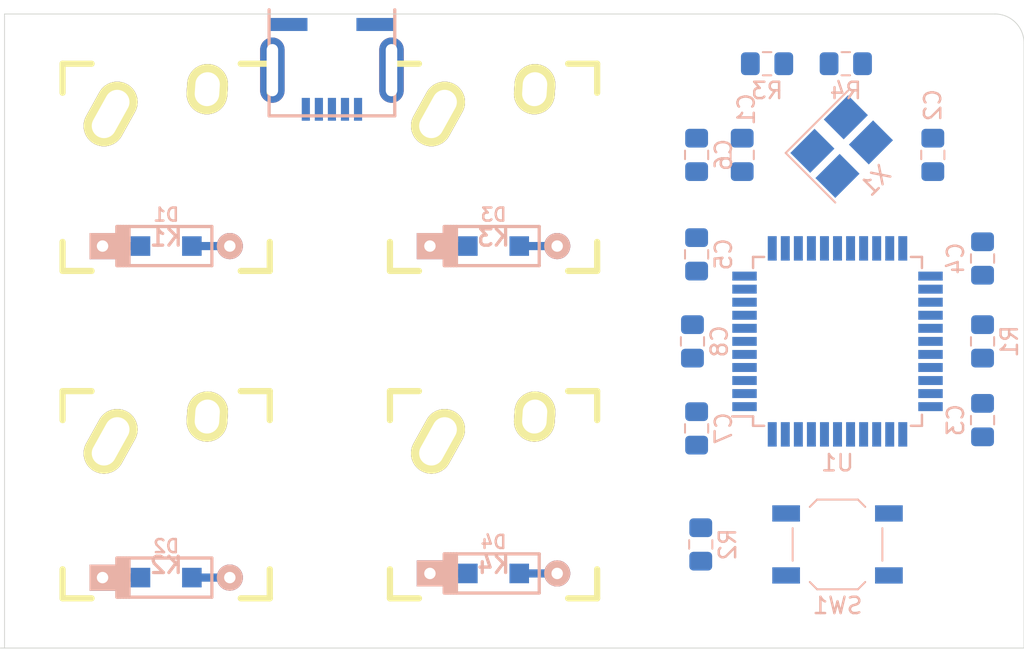
<source format=kicad_pcb>
(kicad_pcb (version 20190605) (host pcbnew "(5.1.0-1364-g77334628c)")

  (general
    (thickness 1.6)
    (drawings 5)
    (tracks 0)
    (modules 24)
    (nets 44)
  )

  (page "A4")
  (layers
    (0 "F.Cu" signal)
    (31 "B.Cu" signal)
    (32 "B.Adhes" user)
    (33 "F.Adhes" user)
    (34 "B.Paste" user)
    (35 "F.Paste" user)
    (36 "B.SilkS" user)
    (37 "F.SilkS" user)
    (38 "B.Mask" user)
    (39 "F.Mask" user)
    (40 "Dwgs.User" user)
    (41 "Cmts.User" user)
    (42 "Eco1.User" user)
    (43 "Eco2.User" user)
    (44 "Edge.Cuts" user)
    (45 "Margin" user)
    (46 "B.CrtYd" user)
    (47 "F.CrtYd" user)
    (48 "B.Fab" user)
    (49 "F.Fab" user)
  )

  (setup
    (last_trace_width 0.25)
    (trace_clearance 0.2)
    (zone_clearance 0.508)
    (zone_45_only no)
    (trace_min 0.2)
    (via_size 0.8)
    (via_drill 0.4)
    (via_min_size 0.4)
    (via_min_drill 0.3)
    (uvia_size 0.3)
    (uvia_drill 0.1)
    (uvias_allowed no)
    (uvia_min_size 0.2)
    (uvia_min_drill 0.1)
    (max_error 0.005)
    (defaults
      (edge_clearance 0.01)
      (edge_cuts_line_width 0.05)
      (courtyard_line_width 0.05)
      (copper_line_width 0.2)
      (copper_text_dims (size 1.5 1.5) (thickness 0.3) keep_upright)
      (silk_line_width 0.12)
      (silk_text_dims (size 1 1) (thickness 0.15) keep_upright)
      (other_layers_line_width 0.1)
      (other_layers_text_dims (size 1 1) (thickness 0.15) keep_upright)
    )
    (pad_size 1.524 1.524)
    (pad_drill 0.762)
    (pad_to_mask_clearance 0.051)
    (solder_mask_min_width 0.25)
    (aux_axis_origin 0 0)
    (visible_elements FFFFF77F)
    (pcbplotparams
      (layerselection 0x010fc_ffffffff)
      (usegerberextensions false)
      (usegerberattributes false)
      (usegerberadvancedattributes false)
      (creategerberjobfile false)
      (excludeedgelayer true)
      (linewidth 0.100000)
      (plotframeref false)
      (viasonmask false)
      (mode 1)
      (useauxorigin false)
      (hpglpennumber 1)
      (hpglpenspeed 20)
      (hpglpendiameter 15.000000)
      (psnegative false)
      (psa4output false)
      (plotreference true)
      (plotvalue true)
      (plotinvisibletext false)
      (padsonsilk false)
      (subtractmaskfromsilk false)
      (outputformat 1)
      (mirror false)
      (drillshape 1)
      (scaleselection 1)
      (outputdirectory ""))
  )

  (net 0 "")
  (net 1 "+5V")
  (net 2 "Net-(C1-Pad1)")
  (net 3 "Net-(C2-Pad1)")
  (net 4 "VCC")
  (net 5 "Net-(C8-Pad1)")
  (net 6 "Net-(D1-Pad2)")
  (net 7 "/row0")
  (net 8 "Net-(D2-Pad2)")
  (net 9 "/row1")
  (net 10 "Net-(D3-Pad2)")
  (net 11 "Net-(D4-Pad2)")
  (net 12 "Net-(J1-Pad4)")
  (net 13 "Net-(J1-Pad3)")
  (net 14 "Net-(J1-Pad2)")
  (net 15 "/col0")
  (net 16 "/col1")
  (net 17 "Net-(R1-Pad1)")
  (net 18 "Net-(R2-Pad2)")
  (net 19 "Net-(R3-Pad1)")
  (net 20 "Net-(R4-Pad1)")
  (net 21 "Net-(U1-Pad42)")
  (net 22 "Net-(U1-Pad37)")
  (net 23 "Net-(U1-Pad36)")
  (net 24 "Net-(U1-Pad32)")
  (net 25 "Net-(U1-Pad31)")
  (net 26 "Net-(U1-Pad30)")
  (net 27 "Net-(U1-Pad29)")
  (net 28 "Net-(U1-Pad28)")
  (net 29 "Net-(U1-Pad27)")
  (net 30 "Net-(U1-Pad26)")
  (net 31 "Net-(U1-Pad25)")
  (net 32 "Net-(U1-Pad22)")
  (net 33 "Net-(U1-Pad21)")
  (net 34 "Net-(U1-Pad20)")
  (net 35 "Net-(U1-Pad19)")
  (net 36 "Net-(U1-Pad18)")
  (net 37 "Net-(U1-Pad12)")
  (net 38 "Net-(U1-Pad11)")
  (net 39 "Net-(U1-Pad10)")
  (net 40 "Net-(U1-Pad9)")
  (net 41 "Net-(U1-Pad8)")
  (net 42 "Net-(U1-Pad7)")
  (net 43 "Net-(U1-Pad1)")

  (net_class "Default" "This is the default net class."
    (clearance 0.2)
    (trace_width 0.25)
    (via_dia 0.8)
    (via_drill 0.4)
    (uvia_dia 0.3)
    (uvia_drill 0.1)
    (add_net "+5V")
    (add_net "/col0")
    (add_net "/col1")
    (add_net "/row0")
    (add_net "/row1")
    (add_net "Net-(C1-Pad1)")
    (add_net "Net-(C2-Pad1)")
    (add_net "Net-(C8-Pad1)")
    (add_net "Net-(D1-Pad2)")
    (add_net "Net-(D2-Pad2)")
    (add_net "Net-(D3-Pad2)")
    (add_net "Net-(D4-Pad2)")
    (add_net "Net-(J1-Pad2)")
    (add_net "Net-(J1-Pad3)")
    (add_net "Net-(J1-Pad4)")
    (add_net "Net-(R1-Pad1)")
    (add_net "Net-(R2-Pad2)")
    (add_net "Net-(R3-Pad1)")
    (add_net "Net-(R4-Pad1)")
    (add_net "Net-(U1-Pad1)")
    (add_net "Net-(U1-Pad10)")
    (add_net "Net-(U1-Pad11)")
    (add_net "Net-(U1-Pad12)")
    (add_net "Net-(U1-Pad18)")
    (add_net "Net-(U1-Pad19)")
    (add_net "Net-(U1-Pad20)")
    (add_net "Net-(U1-Pad21)")
    (add_net "Net-(U1-Pad22)")
    (add_net "Net-(U1-Pad25)")
    (add_net "Net-(U1-Pad26)")
    (add_net "Net-(U1-Pad27)")
    (add_net "Net-(U1-Pad28)")
    (add_net "Net-(U1-Pad29)")
    (add_net "Net-(U1-Pad30)")
    (add_net "Net-(U1-Pad31)")
    (add_net "Net-(U1-Pad32)")
    (add_net "Net-(U1-Pad36)")
    (add_net "Net-(U1-Pad37)")
    (add_net "Net-(U1-Pad42)")
    (add_net "Net-(U1-Pad7)")
    (add_net "Net-(U1-Pad8)")
    (add_net "Net-(U1-Pad9)")
    (add_net "VCC")
  )

  (module "Crystal:Crystal_SMD_SeikoEpson_TSX3225-4Pin_3.2x2.5mm_HandSoldering" (layer "B.Cu") (tedit 5A0FD1B2) (tstamp 5D47C03B)
    (at 118.11 73.914 45)
    (descr "crystal Epson Toyocom TSX-3225 series https://support.epson.biz/td/api/doc_check.php?dl=brief_fa-238v_en.pdf, hand-soldering, 3.2x2.5mm^2 package")
    (tags "SMD SMT crystal hand-soldering")
    (path "/5D46AC03")
    (attr smd)
    (fp_text reference "X1" (at 0 2.95 45) (layer "B.SilkS")
      (effects (font (size 1 1) (thickness 0.15)) (justify mirror))
    )
    (fp_text value "XTAL_GND" (at 0 -2.95 45) (layer "B.Fab")
      (effects (font (size 1 1) (thickness 0.15)) (justify mirror))
    )
    (fp_text user "%R" (at 0 0 45) (layer "B.Fab")
      (effects (font (size 0.7 0.7) (thickness 0.105)) (justify mirror))
    )
    (fp_line (start -1.5 1.25) (end 1.5 1.25) (layer "B.Fab") (width 0.1))
    (fp_line (start 1.5 1.25) (end 1.6 1.15) (layer "B.Fab") (width 0.1))
    (fp_line (start 1.6 1.15) (end 1.6 -1.15) (layer "B.Fab") (width 0.1))
    (fp_line (start 1.6 -1.15) (end 1.5 -1.25) (layer "B.Fab") (width 0.1))
    (fp_line (start 1.5 -1.25) (end -1.5 -1.25) (layer "B.Fab") (width 0.1))
    (fp_line (start -1.5 -1.25) (end -1.6 -1.15) (layer "B.Fab") (width 0.1))
    (fp_line (start -1.6 -1.15) (end -1.6 1.15) (layer "B.Fab") (width 0.1))
    (fp_line (start -1.6 1.15) (end -1.5 1.25) (layer "B.Fab") (width 0.1))
    (fp_line (start -1.6 -0.25) (end -0.6 -1.25) (layer "B.Fab") (width 0.1))
    (fp_line (start -2.7 2.15) (end -2.7 -2.15) (layer "B.SilkS") (width 0.12))
    (fp_line (start -2.7 -2.15) (end 2.7 -2.15) (layer "B.SilkS") (width 0.12))
    (fp_line (start -2.8 2.2) (end -2.8 -2.2) (layer "B.CrtYd") (width 0.05))
    (fp_line (start -2.8 -2.2) (end 2.8 -2.2) (layer "B.CrtYd") (width 0.05))
    (fp_line (start 2.8 -2.2) (end 2.8 2.2) (layer "B.CrtYd") (width 0.05))
    (fp_line (start 2.8 2.2) (end -2.8 2.2) (layer "B.CrtYd") (width 0.05))
    (pad "4" smd rect (at -1.45 1.0875 45) (size 2.1 1.725) (layers "B.Cu" "B.Paste" "B.Mask"))
    (pad "3" smd rect (at 1.45 1.0875 45) (size 2.1 1.725) (layers "B.Cu" "B.Paste" "B.Mask")
      (net 1 "+5V"))
    (pad "2" smd rect (at 1.45 -1.0875 45) (size 2.1 1.725) (layers "B.Cu" "B.Paste" "B.Mask")
      (net 3 "Net-(C2-Pad1)"))
    (pad "1" smd rect (at -1.45 -1.0875 45) (size 2.1 1.725) (layers "B.Cu" "B.Paste" "B.Mask")
      (net 2 "Net-(C1-Pad1)"))
    (model "${KISYS3DMOD}/Crystal.3dshapes/Crystal_SMD_SeikoEpson_TSX3225-4Pin_3.2x2.5mm_HandSoldering.wrl"
      (at (xyz 0 0 0))
      (scale (xyz 1 1 1))
      (rotate (xyz 0 0 0))
    )
  )

  (module "Package_QFP:TQFP-44_10x10mm_P0.8mm" (layer "B.Cu") (tedit 5A02F146) (tstamp 5D47C023)
    (at 117.856 85.852)
    (descr "44-Lead Plastic Thin Quad Flatpack (PT) - 10x10x1.0 mm Body [TQFP] (see Microchip Packaging Specification 00000049BS.pdf)")
    (tags "QFP 0.8")
    (path "/5D467D41")
    (attr smd)
    (fp_text reference "U1" (at 0 7.45) (layer "B.SilkS")
      (effects (font (size 1 1) (thickness 0.15)) (justify mirror))
    )
    (fp_text value "ATMEGA32U4" (at 0 -7.45) (layer "B.Fab")
      (effects (font (size 1 1) (thickness 0.15)) (justify mirror))
    )
    (fp_text user "%R" (at 0 0) (layer "B.Fab")
      (effects (font (size 1 1) (thickness 0.15)) (justify mirror))
    )
    (fp_line (start -4 5) (end 5 5) (layer "B.Fab") (width 0.15))
    (fp_line (start 5 5) (end 5 -5) (layer "B.Fab") (width 0.15))
    (fp_line (start 5 -5) (end -5 -5) (layer "B.Fab") (width 0.15))
    (fp_line (start -5 -5) (end -5 4) (layer "B.Fab") (width 0.15))
    (fp_line (start -5 4) (end -4 5) (layer "B.Fab") (width 0.15))
    (fp_line (start -6.7 6.7) (end -6.7 -6.7) (layer "B.CrtYd") (width 0.05))
    (fp_line (start 6.7 6.7) (end 6.7 -6.7) (layer "B.CrtYd") (width 0.05))
    (fp_line (start -6.7 6.7) (end 6.7 6.7) (layer "B.CrtYd") (width 0.05))
    (fp_line (start -6.7 -6.7) (end 6.7 -6.7) (layer "B.CrtYd") (width 0.05))
    (fp_line (start -5.175 5.175) (end -5.175 4.6) (layer "B.SilkS") (width 0.15))
    (fp_line (start 5.175 5.175) (end 5.175 4.5) (layer "B.SilkS") (width 0.15))
    (fp_line (start 5.175 -5.175) (end 5.175 -4.5) (layer "B.SilkS") (width 0.15))
    (fp_line (start -5.175 -5.175) (end -5.175 -4.5) (layer "B.SilkS") (width 0.15))
    (fp_line (start -5.175 5.175) (end -4.5 5.175) (layer "B.SilkS") (width 0.15))
    (fp_line (start -5.175 -5.175) (end -4.5 -5.175) (layer "B.SilkS") (width 0.15))
    (fp_line (start 5.175 -5.175) (end 4.5 -5.175) (layer "B.SilkS") (width 0.15))
    (fp_line (start 5.175 5.175) (end 4.5 5.175) (layer "B.SilkS") (width 0.15))
    (fp_line (start -5.175 4.6) (end -6.45 4.6) (layer "B.SilkS") (width 0.15))
    (pad "44" smd rect (at -4 5.7 270) (size 1.5 0.55) (layers "B.Cu" "B.Paste" "B.Mask")
      (net 4 "VCC"))
    (pad "43" smd rect (at -3.2 5.7 270) (size 1.5 0.55) (layers "B.Cu" "B.Paste" "B.Mask")
      (net 1 "+5V"))
    (pad "42" smd rect (at -2.4 5.7 270) (size 1.5 0.55) (layers "B.Cu" "B.Paste" "B.Mask")
      (net 21 "Net-(U1-Pad42)"))
    (pad "41" smd rect (at -1.6 5.7 270) (size 1.5 0.55) (layers "B.Cu" "B.Paste" "B.Mask")
      (net 7 "/row0"))
    (pad "40" smd rect (at -0.8 5.7 270) (size 1.5 0.55) (layers "B.Cu" "B.Paste" "B.Mask")
      (net 9 "/row1"))
    (pad "39" smd rect (at 0 5.7 270) (size 1.5 0.55) (layers "B.Cu" "B.Paste" "B.Mask")
      (net 15 "/col0"))
    (pad "38" smd rect (at 0.8 5.7 270) (size 1.5 0.55) (layers "B.Cu" "B.Paste" "B.Mask")
      (net 16 "/col1"))
    (pad "37" smd rect (at 1.6 5.7 270) (size 1.5 0.55) (layers "B.Cu" "B.Paste" "B.Mask")
      (net 22 "Net-(U1-Pad37)"))
    (pad "36" smd rect (at 2.4 5.7 270) (size 1.5 0.55) (layers "B.Cu" "B.Paste" "B.Mask")
      (net 23 "Net-(U1-Pad36)"))
    (pad "35" smd rect (at 3.2 5.7 270) (size 1.5 0.55) (layers "B.Cu" "B.Paste" "B.Mask")
      (net 1 "+5V"))
    (pad "34" smd rect (at 4 5.7 270) (size 1.5 0.55) (layers "B.Cu" "B.Paste" "B.Mask")
      (net 4 "VCC"))
    (pad "33" smd rect (at 5.7 4) (size 1.5 0.55) (layers "B.Cu" "B.Paste" "B.Mask")
      (net 18 "Net-(R2-Pad2)"))
    (pad "32" smd rect (at 5.7 3.2) (size 1.5 0.55) (layers "B.Cu" "B.Paste" "B.Mask")
      (net 24 "Net-(U1-Pad32)"))
    (pad "31" smd rect (at 5.7 2.4) (size 1.5 0.55) (layers "B.Cu" "B.Paste" "B.Mask")
      (net 25 "Net-(U1-Pad31)"))
    (pad "30" smd rect (at 5.7 1.6) (size 1.5 0.55) (layers "B.Cu" "B.Paste" "B.Mask")
      (net 26 "Net-(U1-Pad30)"))
    (pad "29" smd rect (at 5.7 0.8) (size 1.5 0.55) (layers "B.Cu" "B.Paste" "B.Mask")
      (net 27 "Net-(U1-Pad29)"))
    (pad "28" smd rect (at 5.7 0) (size 1.5 0.55) (layers "B.Cu" "B.Paste" "B.Mask")
      (net 28 "Net-(U1-Pad28)"))
    (pad "27" smd rect (at 5.7 -0.8) (size 1.5 0.55) (layers "B.Cu" "B.Paste" "B.Mask")
      (net 29 "Net-(U1-Pad27)"))
    (pad "26" smd rect (at 5.7 -1.6) (size 1.5 0.55) (layers "B.Cu" "B.Paste" "B.Mask")
      (net 30 "Net-(U1-Pad26)"))
    (pad "25" smd rect (at 5.7 -2.4) (size 1.5 0.55) (layers "B.Cu" "B.Paste" "B.Mask")
      (net 31 "Net-(U1-Pad25)"))
    (pad "24" smd rect (at 5.7 -3.2) (size 1.5 0.55) (layers "B.Cu" "B.Paste" "B.Mask")
      (net 4 "VCC"))
    (pad "23" smd rect (at 5.7 -4) (size 1.5 0.55) (layers "B.Cu" "B.Paste" "B.Mask")
      (net 1 "+5V"))
    (pad "22" smd rect (at 4 -5.7 270) (size 1.5 0.55) (layers "B.Cu" "B.Paste" "B.Mask")
      (net 32 "Net-(U1-Pad22)"))
    (pad "21" smd rect (at 3.2 -5.7 270) (size 1.5 0.55) (layers "B.Cu" "B.Paste" "B.Mask")
      (net 33 "Net-(U1-Pad21)"))
    (pad "20" smd rect (at 2.4 -5.7 270) (size 1.5 0.55) (layers "B.Cu" "B.Paste" "B.Mask")
      (net 34 "Net-(U1-Pad20)"))
    (pad "19" smd rect (at 1.6 -5.7 270) (size 1.5 0.55) (layers "B.Cu" "B.Paste" "B.Mask")
      (net 35 "Net-(U1-Pad19)"))
    (pad "18" smd rect (at 0.8 -5.7 270) (size 1.5 0.55) (layers "B.Cu" "B.Paste" "B.Mask")
      (net 36 "Net-(U1-Pad18)"))
    (pad "17" smd rect (at 0 -5.7 270) (size 1.5 0.55) (layers "B.Cu" "B.Paste" "B.Mask")
      (net 3 "Net-(C2-Pad1)"))
    (pad "16" smd rect (at -0.8 -5.7 270) (size 1.5 0.55) (layers "B.Cu" "B.Paste" "B.Mask")
      (net 2 "Net-(C1-Pad1)"))
    (pad "15" smd rect (at -1.6 -5.7 270) (size 1.5 0.55) (layers "B.Cu" "B.Paste" "B.Mask")
      (net 1 "+5V"))
    (pad "14" smd rect (at -2.4 -5.7 270) (size 1.5 0.55) (layers "B.Cu" "B.Paste" "B.Mask")
      (net 4 "VCC"))
    (pad "13" smd rect (at -3.2 -5.7 270) (size 1.5 0.55) (layers "B.Cu" "B.Paste" "B.Mask")
      (net 17 "Net-(R1-Pad1)"))
    (pad "12" smd rect (at -4 -5.7 270) (size 1.5 0.55) (layers "B.Cu" "B.Paste" "B.Mask")
      (net 37 "Net-(U1-Pad12)"))
    (pad "11" smd rect (at -5.7 -4) (size 1.5 0.55) (layers "B.Cu" "B.Paste" "B.Mask")
      (net 38 "Net-(U1-Pad11)"))
    (pad "10" smd rect (at -5.7 -3.2) (size 1.5 0.55) (layers "B.Cu" "B.Paste" "B.Mask")
      (net 39 "Net-(U1-Pad10)"))
    (pad "9" smd rect (at -5.7 -2.4) (size 1.5 0.55) (layers "B.Cu" "B.Paste" "B.Mask")
      (net 40 "Net-(U1-Pad9)"))
    (pad "8" smd rect (at -5.7 -1.6) (size 1.5 0.55) (layers "B.Cu" "B.Paste" "B.Mask")
      (net 41 "Net-(U1-Pad8)"))
    (pad "7" smd rect (at -5.7 -0.8) (size 1.5 0.55) (layers "B.Cu" "B.Paste" "B.Mask")
      (net 42 "Net-(U1-Pad7)"))
    (pad "6" smd rect (at -5.7 0) (size 1.5 0.55) (layers "B.Cu" "B.Paste" "B.Mask")
      (net 5 "Net-(C8-Pad1)"))
    (pad "5" smd rect (at -5.7 0.8) (size 1.5 0.55) (layers "B.Cu" "B.Paste" "B.Mask")
      (net 1 "+5V"))
    (pad "4" smd rect (at -5.7 1.6) (size 1.5 0.55) (layers "B.Cu" "B.Paste" "B.Mask")
      (net 20 "Net-(R4-Pad1)"))
    (pad "3" smd rect (at -5.7 2.4) (size 1.5 0.55) (layers "B.Cu" "B.Paste" "B.Mask")
      (net 19 "Net-(R3-Pad1)"))
    (pad "2" smd rect (at -5.7 3.2) (size 1.5 0.55) (layers "B.Cu" "B.Paste" "B.Mask")
      (net 4 "VCC"))
    (pad "1" smd rect (at -5.7 4) (size 1.5 0.55) (layers "B.Cu" "B.Paste" "B.Mask")
      (net 43 "Net-(U1-Pad1)"))
    (model "${KISYS3DMOD}/Package_QFP.3dshapes/TQFP-44_10x10mm_P0.8mm.wrl"
      (at (xyz 0 0 0))
      (scale (xyz 1 1 1))
      (rotate (xyz 0 0 0))
    )
  )

  (module "Button_Switch_SMD:SW_SPST_TL3342" (layer "B.Cu") (tedit 5A02FC95) (tstamp 5D47BFE0)
    (at 117.856 98.298)
    (descr "Low-profile SMD Tactile Switch, https://www.e-switch.com/system/asset/product_line/data_sheet/165/TL3342.pdf")
    (tags "SPST Tactile Switch")
    (path "/5D472628")
    (attr smd)
    (fp_text reference "SW1" (at 0 3.75) (layer "B.SilkS")
      (effects (font (size 1 1) (thickness 0.15)) (justify mirror))
    )
    (fp_text value "SW_PUSH" (at 0 -3.75) (layer "B.Fab")
      (effects (font (size 1 1) (thickness 0.15)) (justify mirror))
    )
    (fp_text user "%R" (at 0 3.75) (layer "B.Fab")
      (effects (font (size 1 1) (thickness 0.15)) (justify mirror))
    )
    (fp_line (start 3.2 -2.1) (end 3.2 -1.6) (layer "B.Fab") (width 0.1))
    (fp_line (start 3.2 2.1) (end 3.2 1.6) (layer "B.Fab") (width 0.1))
    (fp_line (start -3.2 -2.1) (end -3.2 -1.6) (layer "B.Fab") (width 0.1))
    (fp_line (start -3.2 2.1) (end -3.2 1.6) (layer "B.Fab") (width 0.1))
    (fp_line (start 2.7 2.1) (end 2.7 1.6) (layer "B.Fab") (width 0.1))
    (fp_line (start 1.7 2.1) (end 3.2 2.1) (layer "B.Fab") (width 0.1))
    (fp_line (start 3.2 1.6) (end 2.2 1.6) (layer "B.Fab") (width 0.1))
    (fp_line (start -2.7 2.1) (end -2.7 1.6) (layer "B.Fab") (width 0.1))
    (fp_line (start -1.7 2.1) (end -3.2 2.1) (layer "B.Fab") (width 0.1))
    (fp_line (start -3.2 1.6) (end -2.2 1.6) (layer "B.Fab") (width 0.1))
    (fp_line (start -2.7 -2.1) (end -2.7 -1.6) (layer "B.Fab") (width 0.1))
    (fp_line (start -3.2 -1.6) (end -2.2 -1.6) (layer "B.Fab") (width 0.1))
    (fp_line (start -1.7 -2.1) (end -3.2 -2.1) (layer "B.Fab") (width 0.1))
    (fp_line (start 1.7 -2.1) (end 3.2 -2.1) (layer "B.Fab") (width 0.1))
    (fp_line (start 2.7 -2.1) (end 2.7 -1.6) (layer "B.Fab") (width 0.1))
    (fp_line (start 3.2 -1.6) (end 2.2 -1.6) (layer "B.Fab") (width 0.1))
    (fp_line (start -1.7 -2.3) (end -1.25 -2.75) (layer "B.SilkS") (width 0.12))
    (fp_line (start 1.7 -2.3) (end 1.25 -2.75) (layer "B.SilkS") (width 0.12))
    (fp_line (start 1.7 2.3) (end 1.25 2.75) (layer "B.SilkS") (width 0.12))
    (fp_line (start -1.7 2.3) (end -1.25 2.75) (layer "B.SilkS") (width 0.12))
    (fp_line (start -2 1) (end -1 2) (layer "B.Fab") (width 0.1))
    (fp_line (start -1 2) (end 1 2) (layer "B.Fab") (width 0.1))
    (fp_line (start 1 2) (end 2 1) (layer "B.Fab") (width 0.1))
    (fp_line (start 2 1) (end 2 -1) (layer "B.Fab") (width 0.1))
    (fp_line (start 2 -1) (end 1 -2) (layer "B.Fab") (width 0.1))
    (fp_line (start 1 -2) (end -1 -2) (layer "B.Fab") (width 0.1))
    (fp_line (start -1 -2) (end -2 -1) (layer "B.Fab") (width 0.1))
    (fp_line (start -2 -1) (end -2 1) (layer "B.Fab") (width 0.1))
    (fp_line (start 2.75 1) (end 2.75 -1) (layer "B.SilkS") (width 0.12))
    (fp_line (start -1.25 -2.75) (end 1.25 -2.75) (layer "B.SilkS") (width 0.12))
    (fp_line (start -2.75 1) (end -2.75 -1) (layer "B.SilkS") (width 0.12))
    (fp_line (start -1.25 2.75) (end 1.25 2.75) (layer "B.SilkS") (width 0.12))
    (fp_line (start -2.6 1.2) (end -2.6 -1.2) (layer "B.Fab") (width 0.1))
    (fp_line (start -2.6 -1.2) (end -1.2 -2.6) (layer "B.Fab") (width 0.1))
    (fp_line (start -1.2 -2.6) (end 1.2 -2.6) (layer "B.Fab") (width 0.1))
    (fp_line (start 1.2 -2.6) (end 2.6 -1.2) (layer "B.Fab") (width 0.1))
    (fp_line (start 2.6 -1.2) (end 2.6 1.2) (layer "B.Fab") (width 0.1))
    (fp_line (start 2.6 1.2) (end 1.2 2.6) (layer "B.Fab") (width 0.1))
    (fp_line (start 1.2 2.6) (end -1.2 2.6) (layer "B.Fab") (width 0.1))
    (fp_line (start -1.2 2.6) (end -2.6 1.2) (layer "B.Fab") (width 0.1))
    (fp_line (start -4.25 3) (end 4.25 3) (layer "B.CrtYd") (width 0.05))
    (fp_line (start 4.25 3) (end 4.25 -3) (layer "B.CrtYd") (width 0.05))
    (fp_line (start 4.25 -3) (end -4.25 -3) (layer "B.CrtYd") (width 0.05))
    (fp_line (start -4.25 -3) (end -4.25 3) (layer "B.CrtYd") (width 0.05))
    (fp_circle (center 0 0) (end 1 0) (layer "B.Fab") (width 0.1))
    (pad "2" smd rect (at 3.15 -1.9) (size 1.7 1) (layers "B.Cu" "B.Paste" "B.Mask")
      (net 17 "Net-(R1-Pad1)"))
    (pad "2" smd rect (at -3.15 -1.9) (size 1.7 1) (layers "B.Cu" "B.Paste" "B.Mask")
      (net 17 "Net-(R1-Pad1)"))
    (pad "1" smd rect (at 3.15 1.9) (size 1.7 1) (layers "B.Cu" "B.Paste" "B.Mask")
      (net 1 "+5V"))
    (pad "1" smd rect (at -3.15 1.9) (size 1.7 1) (layers "B.Cu" "B.Paste" "B.Mask")
      (net 1 "+5V"))
    (model "${KISYS3DMOD}/Button_Switch_SMD.3dshapes/SW_SPST_TL3342.wrl"
      (at (xyz 0 0 0))
      (scale (xyz 1 1 1))
      (rotate (xyz 0 0 0))
    )
  )

  (module "Resistor_SMD:R_0805_2012Metric_Pad1.15x1.40mm_HandSolder" (layer "B.Cu") (tedit 5B36C52B) (tstamp 5D47BFAA)
    (at 118.364 68.834)
    (descr "Resistor SMD 0805 (2012 Metric), square (rectangular) end terminal, IPC_7351 nominal with elongated pad for handsoldering. (Body size source: https://docs.google.com/spreadsheets/d/1BsfQQcO9C6DZCsRaXUlFlo91Tg2WpOkGARC1WS5S8t0/edit?usp=sharing), generated with kicad-footprint-generator")
    (tags "resistor handsolder")
    (path "/5D48C278")
    (attr smd)
    (fp_text reference "R4" (at 0 1.65) (layer "B.SilkS")
      (effects (font (size 1 1) (thickness 0.15)) (justify mirror))
    )
    (fp_text value "22" (at 0 -1.65) (layer "B.Fab")
      (effects (font (size 1 1) (thickness 0.15)) (justify mirror))
    )
    (fp_line (start -1 -0.6) (end -1 0.6) (layer "B.Fab") (width 0.1))
    (fp_line (start -1 0.6) (end 1 0.6) (layer "B.Fab") (width 0.1))
    (fp_line (start 1 0.6) (end 1 -0.6) (layer "B.Fab") (width 0.1))
    (fp_line (start 1 -0.6) (end -1 -0.6) (layer "B.Fab") (width 0.1))
    (fp_line (start -0.261252 0.71) (end 0.261252 0.71) (layer "B.SilkS") (width 0.12))
    (fp_line (start -0.261252 -0.71) (end 0.261252 -0.71) (layer "B.SilkS") (width 0.12))
    (fp_line (start -1.85 -0.95) (end -1.85 0.95) (layer "B.CrtYd") (width 0.05))
    (fp_line (start -1.85 0.95) (end 1.85 0.95) (layer "B.CrtYd") (width 0.05))
    (fp_line (start 1.85 0.95) (end 1.85 -0.95) (layer "B.CrtYd") (width 0.05))
    (fp_line (start 1.85 -0.95) (end -1.85 -0.95) (layer "B.CrtYd") (width 0.05))
    (fp_text user "%R" (at 0 0) (layer "B.Fab")
      (effects (font (size 0.5 0.5) (thickness 0.08)) (justify mirror))
    )
    (pad "2" smd roundrect (at 1.025 0) (size 1.15 1.4) (layers "B.Cu" "B.Paste" "B.Mask") (roundrect_rratio 0.217391)
      (net 13 "Net-(J1-Pad3)"))
    (pad "1" smd roundrect (at -1.025 0) (size 1.15 1.4) (layers "B.Cu" "B.Paste" "B.Mask") (roundrect_rratio 0.217391)
      (net 20 "Net-(R4-Pad1)"))
    (model "${KISYS3DMOD}/Resistor_SMD.3dshapes/R_0805_2012Metric.wrl"
      (at (xyz 0 0 0))
      (scale (xyz 1 1 1))
      (rotate (xyz 0 0 0))
    )
  )

  (module "Resistor_SMD:R_0805_2012Metric_Pad1.15x1.40mm_HandSolder" (layer "B.Cu") (tedit 5B36C52B) (tstamp 5D47BF99)
    (at 113.538 68.834)
    (descr "Resistor SMD 0805 (2012 Metric), square (rectangular) end terminal, IPC_7351 nominal with elongated pad for handsoldering. (Body size source: https://docs.google.com/spreadsheets/d/1BsfQQcO9C6DZCsRaXUlFlo91Tg2WpOkGARC1WS5S8t0/edit?usp=sharing), generated with kicad-footprint-generator")
    (tags "resistor handsolder")
    (path "/5D48A34F")
    (attr smd)
    (fp_text reference "R3" (at 0 1.65) (layer "B.SilkS")
      (effects (font (size 1 1) (thickness 0.15)) (justify mirror))
    )
    (fp_text value "22" (at 0 -1.65) (layer "B.Fab")
      (effects (font (size 1 1) (thickness 0.15)) (justify mirror))
    )
    (fp_line (start -1 -0.6) (end -1 0.6) (layer "B.Fab") (width 0.1))
    (fp_line (start -1 0.6) (end 1 0.6) (layer "B.Fab") (width 0.1))
    (fp_line (start 1 0.6) (end 1 -0.6) (layer "B.Fab") (width 0.1))
    (fp_line (start 1 -0.6) (end -1 -0.6) (layer "B.Fab") (width 0.1))
    (fp_line (start -0.261252 0.71) (end 0.261252 0.71) (layer "B.SilkS") (width 0.12))
    (fp_line (start -0.261252 -0.71) (end 0.261252 -0.71) (layer "B.SilkS") (width 0.12))
    (fp_line (start -1.85 -0.95) (end -1.85 0.95) (layer "B.CrtYd") (width 0.05))
    (fp_line (start -1.85 0.95) (end 1.85 0.95) (layer "B.CrtYd") (width 0.05))
    (fp_line (start 1.85 0.95) (end 1.85 -0.95) (layer "B.CrtYd") (width 0.05))
    (fp_line (start 1.85 -0.95) (end -1.85 -0.95) (layer "B.CrtYd") (width 0.05))
    (fp_text user "%R" (at 0 0) (layer "B.Fab")
      (effects (font (size 0.5 0.5) (thickness 0.08)) (justify mirror))
    )
    (pad "2" smd roundrect (at 1.025 0) (size 1.15 1.4) (layers "B.Cu" "B.Paste" "B.Mask") (roundrect_rratio 0.217391)
      (net 14 "Net-(J1-Pad2)"))
    (pad "1" smd roundrect (at -1.025 0) (size 1.15 1.4) (layers "B.Cu" "B.Paste" "B.Mask") (roundrect_rratio 0.217391)
      (net 19 "Net-(R3-Pad1)"))
    (model "${KISYS3DMOD}/Resistor_SMD.3dshapes/R_0805_2012Metric.wrl"
      (at (xyz 0 0 0))
      (scale (xyz 1 1 1))
      (rotate (xyz 0 0 0))
    )
  )

  (module "Resistor_SMD:R_0805_2012Metric_Pad1.15x1.40mm_HandSolder" (layer "B.Cu") (tedit 5B36C52B) (tstamp 5D47BF88)
    (at 109.474 98.298 90)
    (descr "Resistor SMD 0805 (2012 Metric), square (rectangular) end terminal, IPC_7351 nominal with elongated pad for handsoldering. (Body size source: https://docs.google.com/spreadsheets/d/1BsfQQcO9C6DZCsRaXUlFlo91Tg2WpOkGARC1WS5S8t0/edit?usp=sharing), generated with kicad-footprint-generator")
    (tags "resistor handsolder")
    (path "/5D482CEA")
    (attr smd)
    (fp_text reference "R2" (at 0 1.65 90) (layer "B.SilkS")
      (effects (font (size 1 1) (thickness 0.15)) (justify mirror))
    )
    (fp_text value "10k" (at 0 -1.65 90) (layer "B.Fab")
      (effects (font (size 1 1) (thickness 0.15)) (justify mirror))
    )
    (fp_line (start -1 -0.6) (end -1 0.6) (layer "B.Fab") (width 0.1))
    (fp_line (start -1 0.6) (end 1 0.6) (layer "B.Fab") (width 0.1))
    (fp_line (start 1 0.6) (end 1 -0.6) (layer "B.Fab") (width 0.1))
    (fp_line (start 1 -0.6) (end -1 -0.6) (layer "B.Fab") (width 0.1))
    (fp_line (start -0.261252 0.71) (end 0.261252 0.71) (layer "B.SilkS") (width 0.12))
    (fp_line (start -0.261252 -0.71) (end 0.261252 -0.71) (layer "B.SilkS") (width 0.12))
    (fp_line (start -1.85 -0.95) (end -1.85 0.95) (layer "B.CrtYd") (width 0.05))
    (fp_line (start -1.85 0.95) (end 1.85 0.95) (layer "B.CrtYd") (width 0.05))
    (fp_line (start 1.85 0.95) (end 1.85 -0.95) (layer "B.CrtYd") (width 0.05))
    (fp_line (start 1.85 -0.95) (end -1.85 -0.95) (layer "B.CrtYd") (width 0.05))
    (fp_text user "%R" (at 0 0 90) (layer "B.Fab")
      (effects (font (size 0.5 0.5) (thickness 0.08)) (justify mirror))
    )
    (pad "2" smd roundrect (at 1.025 0 90) (size 1.15 1.4) (layers "B.Cu" "B.Paste" "B.Mask") (roundrect_rratio 0.217391)
      (net 18 "Net-(R2-Pad2)"))
    (pad "1" smd roundrect (at -1.025 0 90) (size 1.15 1.4) (layers "B.Cu" "B.Paste" "B.Mask") (roundrect_rratio 0.217391)
      (net 1 "+5V"))
    (model "${KISYS3DMOD}/Resistor_SMD.3dshapes/R_0805_2012Metric.wrl"
      (at (xyz 0 0 0))
      (scale (xyz 1 1 1))
      (rotate (xyz 0 0 0))
    )
  )

  (module "Resistor_SMD:R_0805_2012Metric_Pad1.15x1.40mm_HandSolder" (layer "B.Cu") (tedit 5B36C52B) (tstamp 5D47BF77)
    (at 126.746 85.852 90)
    (descr "Resistor SMD 0805 (2012 Metric), square (rectangular) end terminal, IPC_7351 nominal with elongated pad for handsoldering. (Body size source: https://docs.google.com/spreadsheets/d/1BsfQQcO9C6DZCsRaXUlFlo91Tg2WpOkGARC1WS5S8t0/edit?usp=sharing), generated with kicad-footprint-generator")
    (tags "resistor handsolder")
    (path "/5D47ACF6")
    (attr smd)
    (fp_text reference "R1" (at 0 1.65 90) (layer "B.SilkS")
      (effects (font (size 1 1) (thickness 0.15)) (justify mirror))
    )
    (fp_text value "10k" (at 0 -1.65 90) (layer "B.Fab")
      (effects (font (size 1 1) (thickness 0.15)) (justify mirror))
    )
    (fp_line (start -1 -0.6) (end -1 0.6) (layer "B.Fab") (width 0.1))
    (fp_line (start -1 0.6) (end 1 0.6) (layer "B.Fab") (width 0.1))
    (fp_line (start 1 0.6) (end 1 -0.6) (layer "B.Fab") (width 0.1))
    (fp_line (start 1 -0.6) (end -1 -0.6) (layer "B.Fab") (width 0.1))
    (fp_line (start -0.261252 0.71) (end 0.261252 0.71) (layer "B.SilkS") (width 0.12))
    (fp_line (start -0.261252 -0.71) (end 0.261252 -0.71) (layer "B.SilkS") (width 0.12))
    (fp_line (start -1.85 -0.95) (end -1.85 0.95) (layer "B.CrtYd") (width 0.05))
    (fp_line (start -1.85 0.95) (end 1.85 0.95) (layer "B.CrtYd") (width 0.05))
    (fp_line (start 1.85 0.95) (end 1.85 -0.95) (layer "B.CrtYd") (width 0.05))
    (fp_line (start 1.85 -0.95) (end -1.85 -0.95) (layer "B.CrtYd") (width 0.05))
    (fp_text user "%R" (at 0 0 90) (layer "B.Fab")
      (effects (font (size 0.5 0.5) (thickness 0.08)) (justify mirror))
    )
    (pad "2" smd roundrect (at 1.025 0 90) (size 1.15 1.4) (layers "B.Cu" "B.Paste" "B.Mask") (roundrect_rratio 0.217391)
      (net 4 "VCC"))
    (pad "1" smd roundrect (at -1.025 0 90) (size 1.15 1.4) (layers "B.Cu" "B.Paste" "B.Mask") (roundrect_rratio 0.217391)
      (net 17 "Net-(R1-Pad1)"))
    (model "${KISYS3DMOD}/Resistor_SMD.3dshapes/R_0805_2012Metric.wrl"
      (at (xyz 0 0 0))
      (scale (xyz 1 1 1))
      (rotate (xyz 0 0 0))
    )
  )

  (module "keebs:Mx_Alps_100" locked (layer "F.Cu") (tedit 58057B75) (tstamp 5D47BF66)
    (at 96.774 95.25)
    (descr "MXALPS")
    (tags "MXALPS")
    (path "/5D4A8D60")
    (fp_text reference "K4" (at 0 4.318) (layer "B.SilkS")
      (effects (font (size 1 1) (thickness 0.2)) (justify mirror))
    )
    (fp_text value "KEYSW" (at 5.334 10.922) (layer "B.SilkS") hide
      (effects (font (size 1.524 1.524) (thickness 0.3048)) (justify mirror))
    )
    (fp_line (start -6.35 -6.35) (end 6.35 -6.35) (layer "Cmts.User") (width 0.1524))
    (fp_line (start 6.35 -6.35) (end 6.35 6.35) (layer "Cmts.User") (width 0.1524))
    (fp_line (start 6.35 6.35) (end -6.35 6.35) (layer "Cmts.User") (width 0.1524))
    (fp_line (start -6.35 6.35) (end -6.35 -6.35) (layer "Cmts.User") (width 0.1524))
    (fp_line (start -9.398 -9.398) (end 9.398 -9.398) (layer "Dwgs.User") (width 0.1524))
    (fp_line (start 9.398 -9.398) (end 9.398 9.398) (layer "Dwgs.User") (width 0.1524))
    (fp_line (start 9.398 9.398) (end -9.398 9.398) (layer "Dwgs.User") (width 0.1524))
    (fp_line (start -9.398 9.398) (end -9.398 -9.398) (layer "Dwgs.User") (width 0.1524))
    (fp_line (start -6.35 -6.35) (end -4.572 -6.35) (layer "F.SilkS") (width 0.381))
    (fp_line (start 4.572 -6.35) (end 6.35 -6.35) (layer "F.SilkS") (width 0.381))
    (fp_line (start 6.35 -6.35) (end 6.35 -4.572) (layer "F.SilkS") (width 0.381))
    (fp_line (start 6.35 4.572) (end 6.35 6.35) (layer "F.SilkS") (width 0.381))
    (fp_line (start 6.35 6.35) (end 4.572 6.35) (layer "F.SilkS") (width 0.381))
    (fp_line (start -4.572 6.35) (end -6.35 6.35) (layer "F.SilkS") (width 0.381))
    (fp_line (start -6.35 6.35) (end -6.35 4.572) (layer "F.SilkS") (width 0.381))
    (fp_line (start -6.35 -4.572) (end -6.35 -6.35) (layer "F.SilkS") (width 0.381))
    (fp_line (start -6.985 -6.985) (end 6.985 -6.985) (layer "Eco2.User") (width 0.1524))
    (fp_line (start 6.985 -6.985) (end 6.985 6.985) (layer "Eco2.User") (width 0.1524))
    (fp_line (start 6.985 6.985) (end -6.985 6.985) (layer "Eco2.User") (width 0.1524))
    (fp_line (start -6.985 6.985) (end -6.985 -6.985) (layer "Eco2.User") (width 0.1524))
    (fp_line (start -7.75 6.4) (end -7.75 -6.4) (layer "Dwgs.User") (width 0.3))
    (fp_line (start -7.75 6.4) (end 7.75 6.4) (layer "Dwgs.User") (width 0.3))
    (fp_line (start 7.75 6.4) (end 7.75 -6.4) (layer "Dwgs.User") (width 0.3))
    (fp_line (start 7.75 -6.4) (end -7.75 -6.4) (layer "Dwgs.User") (width 0.3))
    (fp_line (start -7.62 -7.62) (end 7.62 -7.62) (layer "Dwgs.User") (width 0.3))
    (fp_line (start 7.62 -7.62) (end 7.62 7.62) (layer "Dwgs.User") (width 0.3))
    (fp_line (start 7.62 7.62) (end -7.62 7.62) (layer "Dwgs.User") (width 0.3))
    (fp_line (start -7.62 7.62) (end -7.62 -7.62) (layer "Dwgs.User") (width 0.3))
    (pad "2" thru_hole oval (at 2.52 -4.79 356.1) (size 2.5 3.08) (drill oval 1.5 2.08) (layers *.Cu *.Mask "F.SilkS")
      (net 11 "Net-(D4-Pad2)"))
    (pad "1" thru_hole oval (at -3.405 -3.27 330.95) (size 2.5 4.17) (drill oval 1.5 3.17) (layers *.Cu *.Mask "F.SilkS")
      (net 16 "/col1"))
    (pad "HOLE" np_thru_hole circle (at 5.08 0) (size 1.7018 1.7018) (drill 1.7018) (layers *.Cu))
    (pad "HOLE" np_thru_hole circle (at -5.08 0) (size 1.7018 1.7018) (drill 1.7018) (layers *.Cu))
    (pad "HOLE" np_thru_hole circle (at 0 0) (size 3.9878 3.9878) (drill 3.9878) (layers *.Cu))
  )

  (module "keebs:Mx_Alps_100" locked (layer "F.Cu") (tedit 58057B75) (tstamp 5D47BF41)
    (at 96.774 75.184)
    (descr "MXALPS")
    (tags "MXALPS")
    (path "/5D4A64E4")
    (fp_text reference "K3" (at 0 4.318) (layer "B.SilkS")
      (effects (font (size 1 1) (thickness 0.2)) (justify mirror))
    )
    (fp_text value "KEYSW" (at 5.334 10.922) (layer "B.SilkS") hide
      (effects (font (size 1.524 1.524) (thickness 0.3048)) (justify mirror))
    )
    (fp_line (start -6.35 -6.35) (end 6.35 -6.35) (layer "Cmts.User") (width 0.1524))
    (fp_line (start 6.35 -6.35) (end 6.35 6.35) (layer "Cmts.User") (width 0.1524))
    (fp_line (start 6.35 6.35) (end -6.35 6.35) (layer "Cmts.User") (width 0.1524))
    (fp_line (start -6.35 6.35) (end -6.35 -6.35) (layer "Cmts.User") (width 0.1524))
    (fp_line (start -9.398 -9.398) (end 9.398 -9.398) (layer "Dwgs.User") (width 0.1524))
    (fp_line (start 9.398 -9.398) (end 9.398 9.398) (layer "Dwgs.User") (width 0.1524))
    (fp_line (start 9.398 9.398) (end -9.398 9.398) (layer "Dwgs.User") (width 0.1524))
    (fp_line (start -9.398 9.398) (end -9.398 -9.398) (layer "Dwgs.User") (width 0.1524))
    (fp_line (start -6.35 -6.35) (end -4.572 -6.35) (layer "F.SilkS") (width 0.381))
    (fp_line (start 4.572 -6.35) (end 6.35 -6.35) (layer "F.SilkS") (width 0.381))
    (fp_line (start 6.35 -6.35) (end 6.35 -4.572) (layer "F.SilkS") (width 0.381))
    (fp_line (start 6.35 4.572) (end 6.35 6.35) (layer "F.SilkS") (width 0.381))
    (fp_line (start 6.35 6.35) (end 4.572 6.35) (layer "F.SilkS") (width 0.381))
    (fp_line (start -4.572 6.35) (end -6.35 6.35) (layer "F.SilkS") (width 0.381))
    (fp_line (start -6.35 6.35) (end -6.35 4.572) (layer "F.SilkS") (width 0.381))
    (fp_line (start -6.35 -4.572) (end -6.35 -6.35) (layer "F.SilkS") (width 0.381))
    (fp_line (start -6.985 -6.985) (end 6.985 -6.985) (layer "Eco2.User") (width 0.1524))
    (fp_line (start 6.985 -6.985) (end 6.985 6.985) (layer "Eco2.User") (width 0.1524))
    (fp_line (start 6.985 6.985) (end -6.985 6.985) (layer "Eco2.User") (width 0.1524))
    (fp_line (start -6.985 6.985) (end -6.985 -6.985) (layer "Eco2.User") (width 0.1524))
    (fp_line (start -7.75 6.4) (end -7.75 -6.4) (layer "Dwgs.User") (width 0.3))
    (fp_line (start -7.75 6.4) (end 7.75 6.4) (layer "Dwgs.User") (width 0.3))
    (fp_line (start 7.75 6.4) (end 7.75 -6.4) (layer "Dwgs.User") (width 0.3))
    (fp_line (start 7.75 -6.4) (end -7.75 -6.4) (layer "Dwgs.User") (width 0.3))
    (fp_line (start -7.62 -7.62) (end 7.62 -7.62) (layer "Dwgs.User") (width 0.3))
    (fp_line (start 7.62 -7.62) (end 7.62 7.62) (layer "Dwgs.User") (width 0.3))
    (fp_line (start 7.62 7.62) (end -7.62 7.62) (layer "Dwgs.User") (width 0.3))
    (fp_line (start -7.62 7.62) (end -7.62 -7.62) (layer "Dwgs.User") (width 0.3))
    (pad "2" thru_hole oval (at 2.52 -4.79 356.1) (size 2.5 3.08) (drill oval 1.5 2.08) (layers *.Cu *.Mask "F.SilkS")
      (net 10 "Net-(D3-Pad2)"))
    (pad "1" thru_hole oval (at -3.405 -3.27 330.95) (size 2.5 4.17) (drill oval 1.5 3.17) (layers *.Cu *.Mask "F.SilkS")
      (net 16 "/col1"))
    (pad "HOLE" np_thru_hole circle (at 5.08 0) (size 1.7018 1.7018) (drill 1.7018) (layers *.Cu))
    (pad "HOLE" np_thru_hole circle (at -5.08 0) (size 1.7018 1.7018) (drill 1.7018) (layers *.Cu))
    (pad "HOLE" np_thru_hole circle (at 0 0) (size 3.9878 3.9878) (drill 3.9878) (layers *.Cu))
  )

  (module "keebs:Mx_Alps_100" locked (layer "F.Cu") (tedit 58057B75) (tstamp 5D47BF1C)
    (at 76.708 95.25)
    (descr "MXALPS")
    (tags "MXALPS")
    (path "/5D4A79FA")
    (fp_text reference "K2" (at 0 4.318) (layer "B.SilkS")
      (effects (font (size 1 1) (thickness 0.2)) (justify mirror))
    )
    (fp_text value "KEYSW" (at 5.334 10.922) (layer "B.SilkS") hide
      (effects (font (size 1.524 1.524) (thickness 0.3048)) (justify mirror))
    )
    (fp_line (start -6.35 -6.35) (end 6.35 -6.35) (layer "Cmts.User") (width 0.1524))
    (fp_line (start 6.35 -6.35) (end 6.35 6.35) (layer "Cmts.User") (width 0.1524))
    (fp_line (start 6.35 6.35) (end -6.35 6.35) (layer "Cmts.User") (width 0.1524))
    (fp_line (start -6.35 6.35) (end -6.35 -6.35) (layer "Cmts.User") (width 0.1524))
    (fp_line (start -9.398 -9.398) (end 9.398 -9.398) (layer "Dwgs.User") (width 0.1524))
    (fp_line (start 9.398 -9.398) (end 9.398 9.398) (layer "Dwgs.User") (width 0.1524))
    (fp_line (start 9.398 9.398) (end -9.398 9.398) (layer "Dwgs.User") (width 0.1524))
    (fp_line (start -9.398 9.398) (end -9.398 -9.398) (layer "Dwgs.User") (width 0.1524))
    (fp_line (start -6.35 -6.35) (end -4.572 -6.35) (layer "F.SilkS") (width 0.381))
    (fp_line (start 4.572 -6.35) (end 6.35 -6.35) (layer "F.SilkS") (width 0.381))
    (fp_line (start 6.35 -6.35) (end 6.35 -4.572) (layer "F.SilkS") (width 0.381))
    (fp_line (start 6.35 4.572) (end 6.35 6.35) (layer "F.SilkS") (width 0.381))
    (fp_line (start 6.35 6.35) (end 4.572 6.35) (layer "F.SilkS") (width 0.381))
    (fp_line (start -4.572 6.35) (end -6.35 6.35) (layer "F.SilkS") (width 0.381))
    (fp_line (start -6.35 6.35) (end -6.35 4.572) (layer "F.SilkS") (width 0.381))
    (fp_line (start -6.35 -4.572) (end -6.35 -6.35) (layer "F.SilkS") (width 0.381))
    (fp_line (start -6.985 -6.985) (end 6.985 -6.985) (layer "Eco2.User") (width 0.1524))
    (fp_line (start 6.985 -6.985) (end 6.985 6.985) (layer "Eco2.User") (width 0.1524))
    (fp_line (start 6.985 6.985) (end -6.985 6.985) (layer "Eco2.User") (width 0.1524))
    (fp_line (start -6.985 6.985) (end -6.985 -6.985) (layer "Eco2.User") (width 0.1524))
    (fp_line (start -7.75 6.4) (end -7.75 -6.4) (layer "Dwgs.User") (width 0.3))
    (fp_line (start -7.75 6.4) (end 7.75 6.4) (layer "Dwgs.User") (width 0.3))
    (fp_line (start 7.75 6.4) (end 7.75 -6.4) (layer "Dwgs.User") (width 0.3))
    (fp_line (start 7.75 -6.4) (end -7.75 -6.4) (layer "Dwgs.User") (width 0.3))
    (fp_line (start -7.62 -7.62) (end 7.62 -7.62) (layer "Dwgs.User") (width 0.3))
    (fp_line (start 7.62 -7.62) (end 7.62 7.62) (layer "Dwgs.User") (width 0.3))
    (fp_line (start 7.62 7.62) (end -7.62 7.62) (layer "Dwgs.User") (width 0.3))
    (fp_line (start -7.62 7.62) (end -7.62 -7.62) (layer "Dwgs.User") (width 0.3))
    (pad "2" thru_hole oval (at 2.52 -4.79 356.1) (size 2.5 3.08) (drill oval 1.5 2.08) (layers *.Cu *.Mask "F.SilkS")
      (net 8 "Net-(D2-Pad2)"))
    (pad "1" thru_hole oval (at -3.405 -3.27 330.95) (size 2.5 4.17) (drill oval 1.5 3.17) (layers *.Cu *.Mask "F.SilkS")
      (net 15 "/col0"))
    (pad "HOLE" np_thru_hole circle (at 5.08 0) (size 1.7018 1.7018) (drill 1.7018) (layers *.Cu))
    (pad "HOLE" np_thru_hole circle (at -5.08 0) (size 1.7018 1.7018) (drill 1.7018) (layers *.Cu))
    (pad "HOLE" np_thru_hole circle (at 0 0) (size 3.9878 3.9878) (drill 3.9878) (layers *.Cu))
  )

  (module "keebs:Mx_Alps_100" locked (layer "F.Cu") (tedit 58057B75) (tstamp 5D47BEF7)
    (at 76.708 75.184)
    (descr "MXALPS")
    (tags "MXALPS")
    (path "/5D4A54B5")
    (fp_text reference "K1" (at 0 4.318) (layer "B.SilkS")
      (effects (font (size 1 1) (thickness 0.2)) (justify mirror))
    )
    (fp_text value "KEYSW" (at 5.334 10.922) (layer "B.SilkS") hide
      (effects (font (size 1.524 1.524) (thickness 0.3048)) (justify mirror))
    )
    (fp_line (start -6.35 -6.35) (end 6.35 -6.35) (layer "Cmts.User") (width 0.1524))
    (fp_line (start 6.35 -6.35) (end 6.35 6.35) (layer "Cmts.User") (width 0.1524))
    (fp_line (start 6.35 6.35) (end -6.35 6.35) (layer "Cmts.User") (width 0.1524))
    (fp_line (start -6.35 6.35) (end -6.35 -6.35) (layer "Cmts.User") (width 0.1524))
    (fp_line (start -9.398 -9.398) (end 9.398 -9.398) (layer "Dwgs.User") (width 0.1524))
    (fp_line (start 9.398 -9.398) (end 9.398 9.398) (layer "Dwgs.User") (width 0.1524))
    (fp_line (start 9.398 9.398) (end -9.398 9.398) (layer "Dwgs.User") (width 0.1524))
    (fp_line (start -9.398 9.398) (end -9.398 -9.398) (layer "Dwgs.User") (width 0.1524))
    (fp_line (start -6.35 -6.35) (end -4.572 -6.35) (layer "F.SilkS") (width 0.381))
    (fp_line (start 4.572 -6.35) (end 6.35 -6.35) (layer "F.SilkS") (width 0.381))
    (fp_line (start 6.35 -6.35) (end 6.35 -4.572) (layer "F.SilkS") (width 0.381))
    (fp_line (start 6.35 4.572) (end 6.35 6.35) (layer "F.SilkS") (width 0.381))
    (fp_line (start 6.35 6.35) (end 4.572 6.35) (layer "F.SilkS") (width 0.381))
    (fp_line (start -4.572 6.35) (end -6.35 6.35) (layer "F.SilkS") (width 0.381))
    (fp_line (start -6.35 6.35) (end -6.35 4.572) (layer "F.SilkS") (width 0.381))
    (fp_line (start -6.35 -4.572) (end -6.35 -6.35) (layer "F.SilkS") (width 0.381))
    (fp_line (start -6.985 -6.985) (end 6.985 -6.985) (layer "Eco2.User") (width 0.1524))
    (fp_line (start 6.985 -6.985) (end 6.985 6.985) (layer "Eco2.User") (width 0.1524))
    (fp_line (start 6.985 6.985) (end -6.985 6.985) (layer "Eco2.User") (width 0.1524))
    (fp_line (start -6.985 6.985) (end -6.985 -6.985) (layer "Eco2.User") (width 0.1524))
    (fp_line (start -7.75 6.4) (end -7.75 -6.4) (layer "Dwgs.User") (width 0.3))
    (fp_line (start -7.75 6.4) (end 7.75 6.4) (layer "Dwgs.User") (width 0.3))
    (fp_line (start 7.75 6.4) (end 7.75 -6.4) (layer "Dwgs.User") (width 0.3))
    (fp_line (start 7.75 -6.4) (end -7.75 -6.4) (layer "Dwgs.User") (width 0.3))
    (fp_line (start -7.62 -7.62) (end 7.62 -7.62) (layer "Dwgs.User") (width 0.3))
    (fp_line (start 7.62 -7.62) (end 7.62 7.62) (layer "Dwgs.User") (width 0.3))
    (fp_line (start 7.62 7.62) (end -7.62 7.62) (layer "Dwgs.User") (width 0.3))
    (fp_line (start -7.62 7.62) (end -7.62 -7.62) (layer "Dwgs.User") (width 0.3))
    (pad "2" thru_hole oval (at 2.52 -4.79 356.1) (size 2.5 3.08) (drill oval 1.5 2.08) (layers *.Cu *.Mask "F.SilkS")
      (net 6 "Net-(D1-Pad2)"))
    (pad "1" thru_hole oval (at -3.405 -3.27 330.95) (size 2.5 4.17) (drill oval 1.5 3.17) (layers *.Cu *.Mask "F.SilkS")
      (net 15 "/col0"))
    (pad "HOLE" np_thru_hole circle (at 5.08 0) (size 1.7018 1.7018) (drill 1.7018) (layers *.Cu))
    (pad "HOLE" np_thru_hole circle (at -5.08 0) (size 1.7018 1.7018) (drill 1.7018) (layers *.Cu))
    (pad "HOLE" np_thru_hole circle (at 0 0) (size 3.9878 3.9878) (drill 3.9878) (layers *.Cu))
  )

  (module "keyboard_parts:USB_miniB_hirose_5S8" (layer "B.Cu") (tedit 5950B1FC) (tstamp 5D47BED2)
    (at 86.868 71.628)
    (descr "USB miniB hirose UX60SC-MB-5S8")
    (tags "USB miniB hirose through hole UX60SC-MB-5S8")
    (path "/5D4868A4")
    (fp_text reference "J1" (at 0 -2.45) (layer "B.SilkS") hide
      (effects (font (size 0.8128 0.8128) (thickness 0.2032)) (justify mirror))
    )
    (fp_text value "USB_mini_micro_B" (at 0 -7.95) (layer "Dwgs.User") hide
      (effects (font (size 1.524 1.524) (thickness 0.3048)))
    )
    (fp_line (start 3.85 0.4) (end 3.85 -6.1) (layer "B.SilkS") (width 0.2))
    (fp_line (start -3.85 0.4) (end -3.85 -6.1) (layer "B.SilkS") (width 0.2))
    (fp_line (start -3.85 0.4) (end 3.85 0.4) (layer "B.SilkS") (width 0.2))
    (fp_line (start -1 -6.1) (end 1 -6.1) (layer "Dwgs.User") (width 0.2))
    (fp_line (start -3.85 -6.6) (end -3.85 -5.7) (layer "Dwgs.User") (width 0.2))
    (fp_line (start 3.85 -6.6) (end 3.85 -5.7) (layer "Dwgs.User") (width 0.2))
    (fp_text user "PCB edge" (at -0.05 -5.35) (layer "Dwgs.User") hide
      (effects (font (size 0.5 0.5) (thickness 0.125)))
    )
    (fp_line (start -3.85 -6.6) (end 3.85 -6.6) (layer "Dwgs.User") (width 0.2))
    (pad "6" thru_hole oval (at 3.65 -2.4) (size 1.5 4) (drill oval 0.7 3.2) (layers *.Cu *.Mask "B.Paste")
      (net 1 "+5V"))
    (pad "6" thru_hole oval (at -3.65 -2.4) (size 1.5 4) (drill oval 0.7 3.2) (layers *.Cu *.Mask "B.Paste")
      (net 1 "+5V"))
    (pad "5" smd rect (at 1.6 0) (size 0.5 1.4) (layers "B.Cu" "B.Paste" "B.Mask")
      (net 1 "+5V"))
    (pad "4" smd rect (at 0.8 0) (size 0.5 1.4) (layers "B.Cu" "B.Paste" "B.Mask")
      (net 12 "Net-(J1-Pad4)"))
    (pad "3" smd rect (at 0 0) (size 0.5 1.4) (layers "B.Cu" "B.Paste" "B.Mask")
      (net 13 "Net-(J1-Pad3)"))
    (pad "2" smd rect (at -0.8 0) (size 0.5 1.4) (layers "B.Cu" "B.Paste" "B.Mask")
      (net 14 "Net-(J1-Pad2)"))
    (pad "1" smd rect (at -1.6 0) (size 0.5 1.4) (layers "B.Cu" "B.Paste" "B.Mask")
      (net 4 "VCC"))
    (pad "6" smd rect (at -2.675 -5.2) (size 2.35 0.8) (layers "B.Cu" "B.Paste" "B.Mask")
      (net 1 "+5V"))
    (pad "6" smd rect (at 2.675 -5.2) (size 2.35 0.8) (layers "B.Cu" "B.Paste" "B.Mask")
      (net 1 "+5V"))
  )

  (module "keyboard_parts:D_SOD123_axial" (layer "B.Cu") (tedit 561B6A12) (tstamp 5D47BEBD)
    (at 96.774 100.076)
    (path "/5D4AE317")
    (attr smd)
    (fp_text reference "D4" (at 0 -1.925) (layer "B.SilkS")
      (effects (font (size 0.8 0.8) (thickness 0.15)) (justify mirror))
    )
    (fp_text value "D" (at 0 1.925) (layer "B.SilkS") hide
      (effects (font (size 0.8 0.8) (thickness 0.15)) (justify mirror))
    )
    (fp_line (start -2.275 1.2) (end -2.275 -1.2) (layer "B.SilkS") (width 0.2))
    (fp_line (start -2.45 1.2) (end -2.45 -1.2) (layer "B.SilkS") (width 0.2))
    (fp_line (start -2.625 1.2) (end -2.625 -1.2) (layer "B.SilkS") (width 0.2))
    (fp_line (start -3.025 -1.2) (end -3.025 1.2) (layer "B.SilkS") (width 0.2))
    (fp_line (start -2.8 1.2) (end -2.8 -1.2) (layer "B.SilkS") (width 0.2))
    (fp_line (start -2.925 1.2) (end -2.925 -1.2) (layer "B.SilkS") (width 0.2))
    (fp_line (start -3 1.2) (end 2.8 1.2) (layer "B.SilkS") (width 0.2))
    (fp_line (start 2.8 1.2) (end 2.8 -1.2) (layer "B.SilkS") (width 0.2))
    (fp_line (start 2.8 -1.2) (end -3 -1.2) (layer "B.SilkS") (width 0.2))
    (pad "2" smd rect (at 2.7 0) (size 2.5 0.5) (layers "B.Cu")
      (net 11 "Net-(D4-Pad2)") (solder_mask_margin -999))
    (pad "1" smd rect (at -2.7 0) (size 2.5 0.5) (layers "B.Cu")
      (net 9 "/row1") (solder_mask_margin -999))
    (pad "2" thru_hole circle (at 3.9 0) (size 1.6 1.6) (drill 0.7) (layers *.Cu *.Mask "B.SilkS")
      (net 11 "Net-(D4-Pad2)"))
    (pad "1" thru_hole rect (at -3.9 0) (size 1.6 1.6) (drill 0.7) (layers *.Cu *.Mask "B.SilkS")
      (net 9 "/row1"))
    (pad "1" smd rect (at -1.575 0) (size 1.2 1.2) (layers "B.Cu" "B.Paste" "B.Mask")
      (net 9 "/row1"))
    (pad "2" smd rect (at 1.575 0) (size 1.2 1.2) (layers "B.Cu" "B.Paste" "B.Mask")
      (net 11 "Net-(D4-Pad2)"))
  )

  (module "keyboard_parts:D_SOD123_axial" (layer "B.Cu") (tedit 561B6A12) (tstamp 5D47BEAA)
    (at 96.774 80.01)
    (path "/5D4AD906")
    (attr smd)
    (fp_text reference "D3" (at 0 -1.925) (layer "B.SilkS")
      (effects (font (size 0.8 0.8) (thickness 0.15)) (justify mirror))
    )
    (fp_text value "D" (at 0 1.925) (layer "B.SilkS") hide
      (effects (font (size 0.8 0.8) (thickness 0.15)) (justify mirror))
    )
    (fp_line (start -2.275 1.2) (end -2.275 -1.2) (layer "B.SilkS") (width 0.2))
    (fp_line (start -2.45 1.2) (end -2.45 -1.2) (layer "B.SilkS") (width 0.2))
    (fp_line (start -2.625 1.2) (end -2.625 -1.2) (layer "B.SilkS") (width 0.2))
    (fp_line (start -3.025 -1.2) (end -3.025 1.2) (layer "B.SilkS") (width 0.2))
    (fp_line (start -2.8 1.2) (end -2.8 -1.2) (layer "B.SilkS") (width 0.2))
    (fp_line (start -2.925 1.2) (end -2.925 -1.2) (layer "B.SilkS") (width 0.2))
    (fp_line (start -3 1.2) (end 2.8 1.2) (layer "B.SilkS") (width 0.2))
    (fp_line (start 2.8 1.2) (end 2.8 -1.2) (layer "B.SilkS") (width 0.2))
    (fp_line (start 2.8 -1.2) (end -3 -1.2) (layer "B.SilkS") (width 0.2))
    (pad "2" smd rect (at 2.7 0) (size 2.5 0.5) (layers "B.Cu")
      (net 10 "Net-(D3-Pad2)") (solder_mask_margin -999))
    (pad "1" smd rect (at -2.7 0) (size 2.5 0.5) (layers "B.Cu")
      (net 7 "/row0") (solder_mask_margin -999))
    (pad "2" thru_hole circle (at 3.9 0) (size 1.6 1.6) (drill 0.7) (layers *.Cu *.Mask "B.SilkS")
      (net 10 "Net-(D3-Pad2)"))
    (pad "1" thru_hole rect (at -3.9 0) (size 1.6 1.6) (drill 0.7) (layers *.Cu *.Mask "B.SilkS")
      (net 7 "/row0"))
    (pad "1" smd rect (at -1.575 0) (size 1.2 1.2) (layers "B.Cu" "B.Paste" "B.Mask")
      (net 7 "/row0"))
    (pad "2" smd rect (at 1.575 0) (size 1.2 1.2) (layers "B.Cu" "B.Paste" "B.Mask")
      (net 10 "Net-(D3-Pad2)"))
  )

  (module "keyboard_parts:D_SOD123_axial" (layer "B.Cu") (tedit 561B6A12) (tstamp 5D47BE97)
    (at 76.708 100.33)
    (path "/5D4ADF0F")
    (attr smd)
    (fp_text reference "D2" (at 0 -1.925) (layer "B.SilkS")
      (effects (font (size 0.8 0.8) (thickness 0.15)) (justify mirror))
    )
    (fp_text value "D" (at 0 1.925) (layer "B.SilkS") hide
      (effects (font (size 0.8 0.8) (thickness 0.15)) (justify mirror))
    )
    (fp_line (start -2.275 1.2) (end -2.275 -1.2) (layer "B.SilkS") (width 0.2))
    (fp_line (start -2.45 1.2) (end -2.45 -1.2) (layer "B.SilkS") (width 0.2))
    (fp_line (start -2.625 1.2) (end -2.625 -1.2) (layer "B.SilkS") (width 0.2))
    (fp_line (start -3.025 -1.2) (end -3.025 1.2) (layer "B.SilkS") (width 0.2))
    (fp_line (start -2.8 1.2) (end -2.8 -1.2) (layer "B.SilkS") (width 0.2))
    (fp_line (start -2.925 1.2) (end -2.925 -1.2) (layer "B.SilkS") (width 0.2))
    (fp_line (start -3 1.2) (end 2.8 1.2) (layer "B.SilkS") (width 0.2))
    (fp_line (start 2.8 1.2) (end 2.8 -1.2) (layer "B.SilkS") (width 0.2))
    (fp_line (start 2.8 -1.2) (end -3 -1.2) (layer "B.SilkS") (width 0.2))
    (pad "2" smd rect (at 2.7 0) (size 2.5 0.5) (layers "B.Cu")
      (net 8 "Net-(D2-Pad2)") (solder_mask_margin -999))
    (pad "1" smd rect (at -2.7 0) (size 2.5 0.5) (layers "B.Cu")
      (net 9 "/row1") (solder_mask_margin -999))
    (pad "2" thru_hole circle (at 3.9 0) (size 1.6 1.6) (drill 0.7) (layers *.Cu *.Mask "B.SilkS")
      (net 8 "Net-(D2-Pad2)"))
    (pad "1" thru_hole rect (at -3.9 0) (size 1.6 1.6) (drill 0.7) (layers *.Cu *.Mask "B.SilkS")
      (net 9 "/row1"))
    (pad "1" smd rect (at -1.575 0) (size 1.2 1.2) (layers "B.Cu" "B.Paste" "B.Mask")
      (net 9 "/row1"))
    (pad "2" smd rect (at 1.575 0) (size 1.2 1.2) (layers "B.Cu" "B.Paste" "B.Mask")
      (net 8 "Net-(D2-Pad2)"))
  )

  (module "keyboard_parts:D_SOD123_axial" (layer "B.Cu") (tedit 561B6A12) (tstamp 5D47BE84)
    (at 76.708 80.01)
    (path "/5D4A9DA2")
    (attr smd)
    (fp_text reference "D1" (at 0 -1.925) (layer "B.SilkS")
      (effects (font (size 0.8 0.8) (thickness 0.15)) (justify mirror))
    )
    (fp_text value "D" (at 0 1.925) (layer "B.SilkS") hide
      (effects (font (size 0.8 0.8) (thickness 0.15)) (justify mirror))
    )
    (fp_line (start -2.275 1.2) (end -2.275 -1.2) (layer "B.SilkS") (width 0.2))
    (fp_line (start -2.45 1.2) (end -2.45 -1.2) (layer "B.SilkS") (width 0.2))
    (fp_line (start -2.625 1.2) (end -2.625 -1.2) (layer "B.SilkS") (width 0.2))
    (fp_line (start -3.025 -1.2) (end -3.025 1.2) (layer "B.SilkS") (width 0.2))
    (fp_line (start -2.8 1.2) (end -2.8 -1.2) (layer "B.SilkS") (width 0.2))
    (fp_line (start -2.925 1.2) (end -2.925 -1.2) (layer "B.SilkS") (width 0.2))
    (fp_line (start -3 1.2) (end 2.8 1.2) (layer "B.SilkS") (width 0.2))
    (fp_line (start 2.8 1.2) (end 2.8 -1.2) (layer "B.SilkS") (width 0.2))
    (fp_line (start 2.8 -1.2) (end -3 -1.2) (layer "B.SilkS") (width 0.2))
    (pad "2" smd rect (at 2.7 0) (size 2.5 0.5) (layers "B.Cu")
      (net 6 "Net-(D1-Pad2)") (solder_mask_margin -999))
    (pad "1" smd rect (at -2.7 0) (size 2.5 0.5) (layers "B.Cu")
      (net 7 "/row0") (solder_mask_margin -999))
    (pad "2" thru_hole circle (at 3.9 0) (size 1.6 1.6) (drill 0.7) (layers *.Cu *.Mask "B.SilkS")
      (net 6 "Net-(D1-Pad2)"))
    (pad "1" thru_hole rect (at -3.9 0) (size 1.6 1.6) (drill 0.7) (layers *.Cu *.Mask "B.SilkS")
      (net 7 "/row0"))
    (pad "1" smd rect (at -1.575 0) (size 1.2 1.2) (layers "B.Cu" "B.Paste" "B.Mask")
      (net 7 "/row0"))
    (pad "2" smd rect (at 1.575 0) (size 1.2 1.2) (layers "B.Cu" "B.Paste" "B.Mask")
      (net 6 "Net-(D1-Pad2)"))
  )

  (module "Capacitor_SMD:C_0805_2012Metric_Pad1.15x1.40mm_HandSolder" (layer "B.Cu") (tedit 5B36C52B) (tstamp 5D47BE71)
    (at 108.966 85.852 90)
    (descr "Capacitor SMD 0805 (2012 Metric), square (rectangular) end terminal, IPC_7351 nominal with elongated pad for handsoldering. (Body size source: https://docs.google.com/spreadsheets/d/1BsfQQcO9C6DZCsRaXUlFlo91Tg2WpOkGARC1WS5S8t0/edit?usp=sharing), generated with kicad-footprint-generator")
    (tags "capacitor handsolder")
    (path "/5D4927A9")
    (attr smd)
    (fp_text reference "C8" (at 0 1.65 90) (layer "B.SilkS")
      (effects (font (size 1 1) (thickness 0.15)) (justify mirror))
    )
    (fp_text value "1u" (at 0 -1.65 90) (layer "B.Fab")
      (effects (font (size 1 1) (thickness 0.15)) (justify mirror))
    )
    (fp_line (start -1 -0.6) (end -1 0.6) (layer "B.Fab") (width 0.1))
    (fp_line (start -1 0.6) (end 1 0.6) (layer "B.Fab") (width 0.1))
    (fp_line (start 1 0.6) (end 1 -0.6) (layer "B.Fab") (width 0.1))
    (fp_line (start 1 -0.6) (end -1 -0.6) (layer "B.Fab") (width 0.1))
    (fp_line (start -0.261252 0.71) (end 0.261252 0.71) (layer "B.SilkS") (width 0.12))
    (fp_line (start -0.261252 -0.71) (end 0.261252 -0.71) (layer "B.SilkS") (width 0.12))
    (fp_line (start -1.85 -0.95) (end -1.85 0.95) (layer "B.CrtYd") (width 0.05))
    (fp_line (start -1.85 0.95) (end 1.85 0.95) (layer "B.CrtYd") (width 0.05))
    (fp_line (start 1.85 0.95) (end 1.85 -0.95) (layer "B.CrtYd") (width 0.05))
    (fp_line (start 1.85 -0.95) (end -1.85 -0.95) (layer "B.CrtYd") (width 0.05))
    (fp_text user "%R" (at 0 0 90) (layer "B.Fab")
      (effects (font (size 0.5 0.5) (thickness 0.08)) (justify mirror))
    )
    (pad "2" smd roundrect (at 1.025 0 90) (size 1.15 1.4) (layers "B.Cu" "B.Paste" "B.Mask") (roundrect_rratio 0.217391)
      (net 1 "+5V"))
    (pad "1" smd roundrect (at -1.025 0 90) (size 1.15 1.4) (layers "B.Cu" "B.Paste" "B.Mask") (roundrect_rratio 0.217391)
      (net 5 "Net-(C8-Pad1)"))
    (model "${KISYS3DMOD}/Capacitor_SMD.3dshapes/C_0805_2012Metric.wrl"
      (at (xyz 0 0 0))
      (scale (xyz 1 1 1))
      (rotate (xyz 0 0 0))
    )
  )

  (module "Capacitor_SMD:C_0805_2012Metric_Pad1.15x1.40mm_HandSolder" (layer "B.Cu") (tedit 5B36C52B) (tstamp 5D47BE60)
    (at 109.22 91.186 90)
    (descr "Capacitor SMD 0805 (2012 Metric), square (rectangular) end terminal, IPC_7351 nominal with elongated pad for handsoldering. (Body size source: https://docs.google.com/spreadsheets/d/1BsfQQcO9C6DZCsRaXUlFlo91Tg2WpOkGARC1WS5S8t0/edit?usp=sharing), generated with kicad-footprint-generator")
    (tags "capacitor handsolder")
    (path "/5D46D79A")
    (attr smd)
    (fp_text reference "C7" (at 0 1.65 90) (layer "B.SilkS")
      (effects (font (size 1 1) (thickness 0.15)) (justify mirror))
    )
    (fp_text value "4.7u" (at 0 -1.65 90) (layer "B.Fab")
      (effects (font (size 1 1) (thickness 0.15)) (justify mirror))
    )
    (fp_line (start -1 -0.6) (end -1 0.6) (layer "B.Fab") (width 0.1))
    (fp_line (start -1 0.6) (end 1 0.6) (layer "B.Fab") (width 0.1))
    (fp_line (start 1 0.6) (end 1 -0.6) (layer "B.Fab") (width 0.1))
    (fp_line (start 1 -0.6) (end -1 -0.6) (layer "B.Fab") (width 0.1))
    (fp_line (start -0.261252 0.71) (end 0.261252 0.71) (layer "B.SilkS") (width 0.12))
    (fp_line (start -0.261252 -0.71) (end 0.261252 -0.71) (layer "B.SilkS") (width 0.12))
    (fp_line (start -1.85 -0.95) (end -1.85 0.95) (layer "B.CrtYd") (width 0.05))
    (fp_line (start -1.85 0.95) (end 1.85 0.95) (layer "B.CrtYd") (width 0.05))
    (fp_line (start 1.85 0.95) (end 1.85 -0.95) (layer "B.CrtYd") (width 0.05))
    (fp_line (start 1.85 -0.95) (end -1.85 -0.95) (layer "B.CrtYd") (width 0.05))
    (fp_text user "%R" (at 0 0 90) (layer "B.Fab")
      (effects (font (size 0.5 0.5) (thickness 0.08)) (justify mirror))
    )
    (pad "2" smd roundrect (at 1.025 0 90) (size 1.15 1.4) (layers "B.Cu" "B.Paste" "B.Mask") (roundrect_rratio 0.217391)
      (net 1 "+5V"))
    (pad "1" smd roundrect (at -1.025 0 90) (size 1.15 1.4) (layers "B.Cu" "B.Paste" "B.Mask") (roundrect_rratio 0.217391)
      (net 4 "VCC"))
    (model "${KISYS3DMOD}/Capacitor_SMD.3dshapes/C_0805_2012Metric.wrl"
      (at (xyz 0 0 0))
      (scale (xyz 1 1 1))
      (rotate (xyz 0 0 0))
    )
  )

  (module "Capacitor_SMD:C_0805_2012Metric_Pad1.15x1.40mm_HandSolder" (layer "B.Cu") (tedit 5B36C52B) (tstamp 5D47BE4F)
    (at 109.22 74.422 90)
    (descr "Capacitor SMD 0805 (2012 Metric), square (rectangular) end terminal, IPC_7351 nominal with elongated pad for handsoldering. (Body size source: https://docs.google.com/spreadsheets/d/1BsfQQcO9C6DZCsRaXUlFlo91Tg2WpOkGARC1WS5S8t0/edit?usp=sharing), generated with kicad-footprint-generator")
    (tags "capacitor handsolder")
    (path "/5D46D343")
    (attr smd)
    (fp_text reference "C6" (at 0 1.65 90) (layer "B.SilkS")
      (effects (font (size 1 1) (thickness 0.15)) (justify mirror))
    )
    (fp_text value "0.1u" (at 0 -1.65 90) (layer "B.Fab")
      (effects (font (size 1 1) (thickness 0.15)) (justify mirror))
    )
    (fp_line (start -1 -0.6) (end -1 0.6) (layer "B.Fab") (width 0.1))
    (fp_line (start -1 0.6) (end 1 0.6) (layer "B.Fab") (width 0.1))
    (fp_line (start 1 0.6) (end 1 -0.6) (layer "B.Fab") (width 0.1))
    (fp_line (start 1 -0.6) (end -1 -0.6) (layer "B.Fab") (width 0.1))
    (fp_line (start -0.261252 0.71) (end 0.261252 0.71) (layer "B.SilkS") (width 0.12))
    (fp_line (start -0.261252 -0.71) (end 0.261252 -0.71) (layer "B.SilkS") (width 0.12))
    (fp_line (start -1.85 -0.95) (end -1.85 0.95) (layer "B.CrtYd") (width 0.05))
    (fp_line (start -1.85 0.95) (end 1.85 0.95) (layer "B.CrtYd") (width 0.05))
    (fp_line (start 1.85 0.95) (end 1.85 -0.95) (layer "B.CrtYd") (width 0.05))
    (fp_line (start 1.85 -0.95) (end -1.85 -0.95) (layer "B.CrtYd") (width 0.05))
    (fp_text user "%R" (at 0 0 90) (layer "B.Fab")
      (effects (font (size 0.5 0.5) (thickness 0.08)) (justify mirror))
    )
    (pad "2" smd roundrect (at 1.025 0 90) (size 1.15 1.4) (layers "B.Cu" "B.Paste" "B.Mask") (roundrect_rratio 0.217391)
      (net 1 "+5V"))
    (pad "1" smd roundrect (at -1.025 0 90) (size 1.15 1.4) (layers "B.Cu" "B.Paste" "B.Mask") (roundrect_rratio 0.217391)
      (net 4 "VCC"))
    (model "${KISYS3DMOD}/Capacitor_SMD.3dshapes/C_0805_2012Metric.wrl"
      (at (xyz 0 0 0))
      (scale (xyz 1 1 1))
      (rotate (xyz 0 0 0))
    )
  )

  (module "Capacitor_SMD:C_0805_2012Metric_Pad1.15x1.40mm_HandSolder" (layer "B.Cu") (tedit 5B36C52B) (tstamp 5D47BE3E)
    (at 109.22 80.518 90)
    (descr "Capacitor SMD 0805 (2012 Metric), square (rectangular) end terminal, IPC_7351 nominal with elongated pad for handsoldering. (Body size source: https://docs.google.com/spreadsheets/d/1BsfQQcO9C6DZCsRaXUlFlo91Tg2WpOkGARC1WS5S8t0/edit?usp=sharing), generated with kicad-footprint-generator")
    (tags "capacitor handsolder")
    (path "/5D46CF88")
    (attr smd)
    (fp_text reference "C5" (at 0 1.65 90) (layer "B.SilkS")
      (effects (font (size 1 1) (thickness 0.15)) (justify mirror))
    )
    (fp_text value "0.1u" (at 0 -1.65 90) (layer "B.Fab")
      (effects (font (size 1 1) (thickness 0.15)) (justify mirror))
    )
    (fp_line (start -1 -0.6) (end -1 0.6) (layer "B.Fab") (width 0.1))
    (fp_line (start -1 0.6) (end 1 0.6) (layer "B.Fab") (width 0.1))
    (fp_line (start 1 0.6) (end 1 -0.6) (layer "B.Fab") (width 0.1))
    (fp_line (start 1 -0.6) (end -1 -0.6) (layer "B.Fab") (width 0.1))
    (fp_line (start -0.261252 0.71) (end 0.261252 0.71) (layer "B.SilkS") (width 0.12))
    (fp_line (start -0.261252 -0.71) (end 0.261252 -0.71) (layer "B.SilkS") (width 0.12))
    (fp_line (start -1.85 -0.95) (end -1.85 0.95) (layer "B.CrtYd") (width 0.05))
    (fp_line (start -1.85 0.95) (end 1.85 0.95) (layer "B.CrtYd") (width 0.05))
    (fp_line (start 1.85 0.95) (end 1.85 -0.95) (layer "B.CrtYd") (width 0.05))
    (fp_line (start 1.85 -0.95) (end -1.85 -0.95) (layer "B.CrtYd") (width 0.05))
    (fp_text user "%R" (at 0 0 90) (layer "B.Fab")
      (effects (font (size 0.5 0.5) (thickness 0.08)) (justify mirror))
    )
    (pad "2" smd roundrect (at 1.025 0 90) (size 1.15 1.4) (layers "B.Cu" "B.Paste" "B.Mask") (roundrect_rratio 0.217391)
      (net 1 "+5V"))
    (pad "1" smd roundrect (at -1.025 0 90) (size 1.15 1.4) (layers "B.Cu" "B.Paste" "B.Mask") (roundrect_rratio 0.217391)
      (net 4 "VCC"))
    (model "${KISYS3DMOD}/Capacitor_SMD.3dshapes/C_0805_2012Metric.wrl"
      (at (xyz 0 0 0))
      (scale (xyz 1 1 1))
      (rotate (xyz 0 0 0))
    )
  )

  (module "Capacitor_SMD:C_0805_2012Metric_Pad1.15x1.40mm_HandSolder" (layer "B.Cu") (tedit 5B36C52B) (tstamp 5D47BE2D)
    (at 126.746 80.772 270)
    (descr "Capacitor SMD 0805 (2012 Metric), square (rectangular) end terminal, IPC_7351 nominal with elongated pad for handsoldering. (Body size source: https://docs.google.com/spreadsheets/d/1BsfQQcO9C6DZCsRaXUlFlo91Tg2WpOkGARC1WS5S8t0/edit?usp=sharing), generated with kicad-footprint-generator")
    (tags "capacitor handsolder")
    (path "/5D46CC44")
    (attr smd)
    (fp_text reference "C4" (at 0 1.65 90) (layer "B.SilkS")
      (effects (font (size 1 1) (thickness 0.15)) (justify mirror))
    )
    (fp_text value "0.1u" (at 0 -1.65 90) (layer "B.Fab")
      (effects (font (size 1 1) (thickness 0.15)) (justify mirror))
    )
    (fp_line (start -1 -0.6) (end -1 0.6) (layer "B.Fab") (width 0.1))
    (fp_line (start -1 0.6) (end 1 0.6) (layer "B.Fab") (width 0.1))
    (fp_line (start 1 0.6) (end 1 -0.6) (layer "B.Fab") (width 0.1))
    (fp_line (start 1 -0.6) (end -1 -0.6) (layer "B.Fab") (width 0.1))
    (fp_line (start -0.261252 0.71) (end 0.261252 0.71) (layer "B.SilkS") (width 0.12))
    (fp_line (start -0.261252 -0.71) (end 0.261252 -0.71) (layer "B.SilkS") (width 0.12))
    (fp_line (start -1.85 -0.95) (end -1.85 0.95) (layer "B.CrtYd") (width 0.05))
    (fp_line (start -1.85 0.95) (end 1.85 0.95) (layer "B.CrtYd") (width 0.05))
    (fp_line (start 1.85 0.95) (end 1.85 -0.95) (layer "B.CrtYd") (width 0.05))
    (fp_line (start 1.85 -0.95) (end -1.85 -0.95) (layer "B.CrtYd") (width 0.05))
    (fp_text user "%R" (at 0 0 90) (layer "B.Fab")
      (effects (font (size 0.5 0.5) (thickness 0.08)) (justify mirror))
    )
    (pad "2" smd roundrect (at 1.025 0 270) (size 1.15 1.4) (layers "B.Cu" "B.Paste" "B.Mask") (roundrect_rratio 0.217391)
      (net 1 "+5V"))
    (pad "1" smd roundrect (at -1.025 0 270) (size 1.15 1.4) (layers "B.Cu" "B.Paste" "B.Mask") (roundrect_rratio 0.217391)
      (net 4 "VCC"))
    (model "${KISYS3DMOD}/Capacitor_SMD.3dshapes/C_0805_2012Metric.wrl"
      (at (xyz 0 0 0))
      (scale (xyz 1 1 1))
      (rotate (xyz 0 0 0))
    )
  )

  (module "Capacitor_SMD:C_0805_2012Metric_Pad1.15x1.40mm_HandSolder" (layer "B.Cu") (tedit 5B36C52B) (tstamp 5D47BE1C)
    (at 126.746 90.678 270)
    (descr "Capacitor SMD 0805 (2012 Metric), square (rectangular) end terminal, IPC_7351 nominal with elongated pad for handsoldering. (Body size source: https://docs.google.com/spreadsheets/d/1BsfQQcO9C6DZCsRaXUlFlo91Tg2WpOkGARC1WS5S8t0/edit?usp=sharing), generated with kicad-footprint-generator")
    (tags "capacitor handsolder")
    (path "/5D46B44C")
    (attr smd)
    (fp_text reference "C3" (at 0 1.65 90) (layer "B.SilkS")
      (effects (font (size 1 1) (thickness 0.15)) (justify mirror))
    )
    (fp_text value "0.1u" (at 0 -1.65 90) (layer "B.Fab")
      (effects (font (size 1 1) (thickness 0.15)) (justify mirror))
    )
    (fp_line (start -1 -0.6) (end -1 0.6) (layer "B.Fab") (width 0.1))
    (fp_line (start -1 0.6) (end 1 0.6) (layer "B.Fab") (width 0.1))
    (fp_line (start 1 0.6) (end 1 -0.6) (layer "B.Fab") (width 0.1))
    (fp_line (start 1 -0.6) (end -1 -0.6) (layer "B.Fab") (width 0.1))
    (fp_line (start -0.261252 0.71) (end 0.261252 0.71) (layer "B.SilkS") (width 0.12))
    (fp_line (start -0.261252 -0.71) (end 0.261252 -0.71) (layer "B.SilkS") (width 0.12))
    (fp_line (start -1.85 -0.95) (end -1.85 0.95) (layer "B.CrtYd") (width 0.05))
    (fp_line (start -1.85 0.95) (end 1.85 0.95) (layer "B.CrtYd") (width 0.05))
    (fp_line (start 1.85 0.95) (end 1.85 -0.95) (layer "B.CrtYd") (width 0.05))
    (fp_line (start 1.85 -0.95) (end -1.85 -0.95) (layer "B.CrtYd") (width 0.05))
    (fp_text user "%R" (at 0 0 90) (layer "B.Fab")
      (effects (font (size 0.5 0.5) (thickness 0.08)) (justify mirror))
    )
    (pad "2" smd roundrect (at 1.025 0 270) (size 1.15 1.4) (layers "B.Cu" "B.Paste" "B.Mask") (roundrect_rratio 0.217391)
      (net 1 "+5V"))
    (pad "1" smd roundrect (at -1.025 0 270) (size 1.15 1.4) (layers "B.Cu" "B.Paste" "B.Mask") (roundrect_rratio 0.217391)
      (net 4 "VCC"))
    (model "${KISYS3DMOD}/Capacitor_SMD.3dshapes/C_0805_2012Metric.wrl"
      (at (xyz 0 0 0))
      (scale (xyz 1 1 1))
      (rotate (xyz 0 0 0))
    )
  )

  (module "Capacitor_SMD:C_0805_2012Metric_Pad1.15x1.40mm_HandSolder" (layer "B.Cu") (tedit 5B36C52B) (tstamp 5D47BE0B)
    (at 123.698 74.422 90)
    (descr "Capacitor SMD 0805 (2012 Metric), square (rectangular) end terminal, IPC_7351 nominal with elongated pad for handsoldering. (Body size source: https://docs.google.com/spreadsheets/d/1BsfQQcO9C6DZCsRaXUlFlo91Tg2WpOkGARC1WS5S8t0/edit?usp=sharing), generated with kicad-footprint-generator")
    (tags "capacitor handsolder")
    (path "/5D4763EC")
    (attr smd)
    (fp_text reference "C2" (at 3.048 0 90) (layer "B.SilkS")
      (effects (font (size 1 1) (thickness 0.15)) (justify mirror))
    )
    (fp_text value "22p" (at 0 -1.65 90) (layer "B.Fab")
      (effects (font (size 1 1) (thickness 0.15)) (justify mirror))
    )
    (fp_line (start -1 -0.6) (end -1 0.6) (layer "B.Fab") (width 0.1))
    (fp_line (start -1 0.6) (end 1 0.6) (layer "B.Fab") (width 0.1))
    (fp_line (start 1 0.6) (end 1 -0.6) (layer "B.Fab") (width 0.1))
    (fp_line (start 1 -0.6) (end -1 -0.6) (layer "B.Fab") (width 0.1))
    (fp_line (start -0.261252 0.71) (end 0.261252 0.71) (layer "B.SilkS") (width 0.12))
    (fp_line (start -0.261252 -0.71) (end 0.261252 -0.71) (layer "B.SilkS") (width 0.12))
    (fp_line (start -1.85 -0.95) (end -1.85 0.95) (layer "B.CrtYd") (width 0.05))
    (fp_line (start -1.85 0.95) (end 1.85 0.95) (layer "B.CrtYd") (width 0.05))
    (fp_line (start 1.85 0.95) (end 1.85 -0.95) (layer "B.CrtYd") (width 0.05))
    (fp_line (start 1.85 -0.95) (end -1.85 -0.95) (layer "B.CrtYd") (width 0.05))
    (fp_text user "%R" (at 0 0 90) (layer "B.Fab")
      (effects (font (size 0.5 0.5) (thickness 0.08)) (justify mirror))
    )
    (pad "2" smd roundrect (at 1.025 0 90) (size 1.15 1.4) (layers "B.Cu" "B.Paste" "B.Mask") (roundrect_rratio 0.217391)
      (net 1 "+5V"))
    (pad "1" smd roundrect (at -1.025 0 90) (size 1.15 1.4) (layers "B.Cu" "B.Paste" "B.Mask") (roundrect_rratio 0.217391)
      (net 3 "Net-(C2-Pad1)"))
    (model "${KISYS3DMOD}/Capacitor_SMD.3dshapes/C_0805_2012Metric.wrl"
      (at (xyz 0 0 0))
      (scale (xyz 1 1 1))
      (rotate (xyz 0 0 0))
    )
  )

  (module "Capacitor_SMD:C_0805_2012Metric_Pad1.15x1.40mm_HandSolder" (layer "B.Cu") (tedit 5B36C52B) (tstamp 5D47BDFA)
    (at 112.014 74.422 90)
    (descr "Capacitor SMD 0805 (2012 Metric), square (rectangular) end terminal, IPC_7351 nominal with elongated pad for handsoldering. (Body size source: https://docs.google.com/spreadsheets/d/1BsfQQcO9C6DZCsRaXUlFlo91Tg2WpOkGARC1WS5S8t0/edit?usp=sharing), generated with kicad-footprint-generator")
    (tags "capacitor handsolder")
    (path "/5D475C5F")
    (attr smd)
    (fp_text reference "C1" (at 2.794 0.254 90) (layer "B.SilkS")
      (effects (font (size 1 1) (thickness 0.15)) (justify mirror))
    )
    (fp_text value "22p" (at 0 -1.65 90) (layer "B.Fab")
      (effects (font (size 1 1) (thickness 0.15)) (justify mirror))
    )
    (fp_line (start -1 -0.6) (end -1 0.6) (layer "B.Fab") (width 0.1))
    (fp_line (start -1 0.6) (end 1 0.6) (layer "B.Fab") (width 0.1))
    (fp_line (start 1 0.6) (end 1 -0.6) (layer "B.Fab") (width 0.1))
    (fp_line (start 1 -0.6) (end -1 -0.6) (layer "B.Fab") (width 0.1))
    (fp_line (start -0.261252 0.71) (end 0.261252 0.71) (layer "B.SilkS") (width 0.12))
    (fp_line (start -0.261252 -0.71) (end 0.261252 -0.71) (layer "B.SilkS") (width 0.12))
    (fp_line (start -1.85 -0.95) (end -1.85 0.95) (layer "B.CrtYd") (width 0.05))
    (fp_line (start -1.85 0.95) (end 1.85 0.95) (layer "B.CrtYd") (width 0.05))
    (fp_line (start 1.85 0.95) (end 1.85 -0.95) (layer "B.CrtYd") (width 0.05))
    (fp_line (start 1.85 -0.95) (end -1.85 -0.95) (layer "B.CrtYd") (width 0.05))
    (fp_text user "%R" (at 0 0 90) (layer "B.Fab")
      (effects (font (size 0.5 0.5) (thickness 0.08)) (justify mirror))
    )
    (pad "2" smd roundrect (at 1.025 0 90) (size 1.15 1.4) (layers "B.Cu" "B.Paste" "B.Mask") (roundrect_rratio 0.217391)
      (net 1 "+5V"))
    (pad "1" smd roundrect (at -1.025 0 90) (size 1.15 1.4) (layers "B.Cu" "B.Paste" "B.Mask") (roundrect_rratio 0.217391)
      (net 2 "Net-(C1-Pad1)"))
    (model "${KISYS3DMOD}/Capacitor_SMD.3dshapes/C_0805_2012Metric.wrl"
      (at (xyz 0 0 0))
      (scale (xyz 1 1 1))
      (rotate (xyz 0 0 0))
    )
  )

  (gr_line (start 66.802 104.648) (end 66.802 65.786) (layer "Edge.Cuts") (width 0.05))
  (gr_line (start 129.286 104.648) (end 66.548 104.648) (layer "Edge.Cuts") (width 0.05))
  (gr_line (start 129.286 67.564) (end 129.286 104.648) (layer "Edge.Cuts") (width 0.05))
  (gr_arc (start 127.508 67.564) (end 129.286 67.564) (angle -90) (layer "Edge.Cuts") (width 0.05))
  (gr_line (start 66.802 65.786) (end 127.508 65.786) (layer "Edge.Cuts") (width 0.05))

)

</source>
